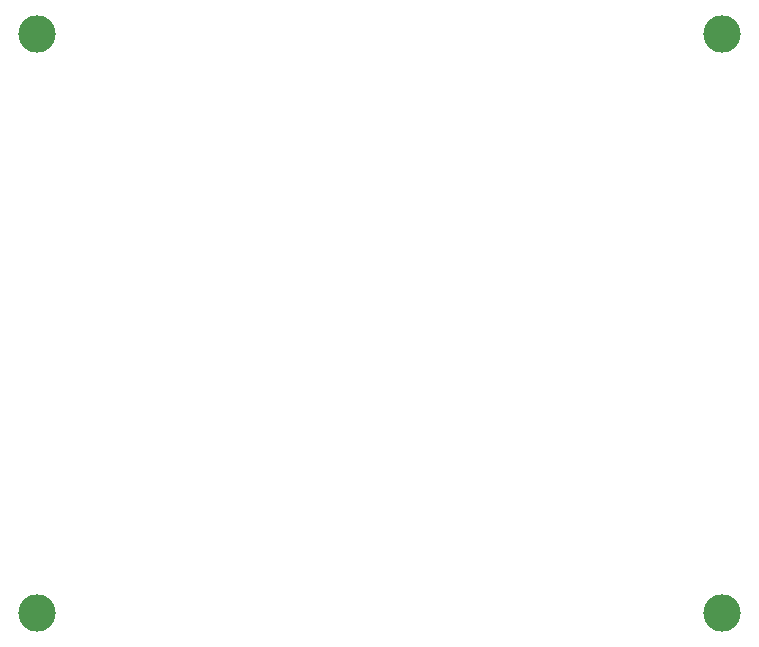
<source format=gbr>
%TF.GenerationSoftware,KiCad,Pcbnew,9.0.1*%
%TF.CreationDate,2025-06-02T14:00:33-06:00*%
%TF.ProjectId,PABA-DP,50414241-2d44-4502-9e6b-696361645f70,rev?*%
%TF.SameCoordinates,Original*%
%TF.FileFunction,NonPlated,1,8,NPTH,Drill*%
%TF.FilePolarity,Positive*%
%FSLAX46Y46*%
G04 Gerber Fmt 4.6, Leading zero omitted, Abs format (unit mm)*
G04 Created by KiCad (PCBNEW 9.0.1) date 2025-06-02 14:00:33*
%MOMM*%
%LPD*%
G01*
G04 APERTURE LIST*
%TA.AperFunction,ComponentDrill*%
%ADD10C,3.175000*%
%TD*%
G04 APERTURE END LIST*
D10*
%TO.C,*%
X64167161Y-103893286D03*
X64174161Y-152897782D03*
X122161643Y-152883285D03*
X122178640Y-103876037D03*
M02*

</source>
